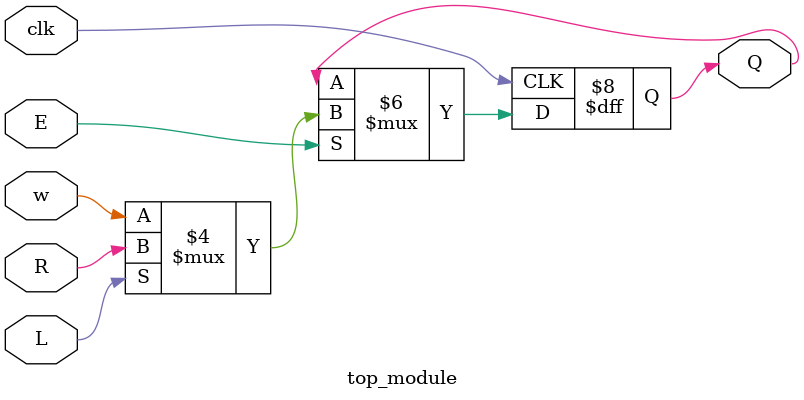
<source format=sv>
module top_module (
	input clk,
	input w,
	input R,
	input E,
	input L,
	output reg Q
);

	always @(posedge clk or negedge E) begin
		if (!E) begin
			Q <= Q; // Hold current state
		end
		else if (L) begin
			Q <= R; // Update with R value
		end
		else begin
			Q <= w; // Update with w value
		end
	end

endmodule

</source>
